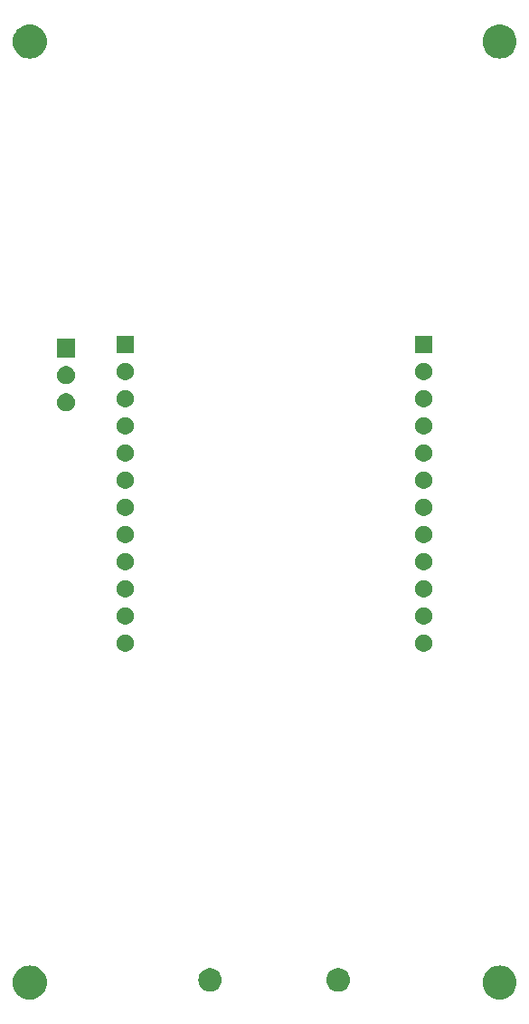
<source format=gbr>
%TF.GenerationSoftware,KiCad,Pcbnew,8.0.8-8.0.8-0~ubuntu24.04.1*%
%TF.CreationDate,2025-02-23T01:25:37-06:00*%
%TF.ProjectId,edge_human_detection_board,65646765-5f68-4756-9d61-6e5f64657465,rev?*%
%TF.SameCoordinates,Original*%
%TF.FileFunction,Soldermask,Bot*%
%TF.FilePolarity,Negative*%
%FSLAX46Y46*%
G04 Gerber Fmt 4.6, Leading zero omitted, Abs format (unit mm)*
G04 Created by KiCad (PCBNEW 8.0.8-8.0.8-0~ubuntu24.04.1) date 2025-02-23 01:25:37*
%MOMM*%
%LPD*%
G01*
G04 APERTURE LIST*
G04 APERTURE END LIST*
G36*
X93050295Y-136619699D02*
G01*
X93294427Y-136678310D01*
X93526385Y-136774390D01*
X93740456Y-136905573D01*
X93931371Y-137068629D01*
X94094427Y-137259544D01*
X94225610Y-137473615D01*
X94321690Y-137705573D01*
X94380301Y-137949705D01*
X94400000Y-138200000D01*
X94380301Y-138450295D01*
X94321690Y-138694427D01*
X94225610Y-138926385D01*
X94094427Y-139140456D01*
X93931371Y-139331371D01*
X93740456Y-139494427D01*
X93526385Y-139625610D01*
X93294427Y-139721690D01*
X93050295Y-139780301D01*
X92800000Y-139800000D01*
X92549705Y-139780301D01*
X92305573Y-139721690D01*
X92073615Y-139625610D01*
X91859544Y-139494427D01*
X91668629Y-139331371D01*
X91505573Y-139140456D01*
X91374390Y-138926385D01*
X91278310Y-138694427D01*
X91219699Y-138450295D01*
X91200000Y-138200000D01*
X91219699Y-137949705D01*
X91278310Y-137705573D01*
X91374390Y-137473615D01*
X91505573Y-137259544D01*
X91668629Y-137068629D01*
X91859544Y-136905573D01*
X92073615Y-136774390D01*
X92305573Y-136678310D01*
X92549705Y-136619699D01*
X92800000Y-136600000D01*
X93050295Y-136619699D01*
G37*
G36*
X137050295Y-136619699D02*
G01*
X137294427Y-136678310D01*
X137526385Y-136774390D01*
X137740456Y-136905573D01*
X137931371Y-137068629D01*
X138094427Y-137259544D01*
X138225610Y-137473615D01*
X138321690Y-137705573D01*
X138380301Y-137949705D01*
X138400000Y-138200000D01*
X138380301Y-138450295D01*
X138321690Y-138694427D01*
X138225610Y-138926385D01*
X138094427Y-139140456D01*
X137931371Y-139331371D01*
X137740456Y-139494427D01*
X137526385Y-139625610D01*
X137294427Y-139721690D01*
X137050295Y-139780301D01*
X136800000Y-139800000D01*
X136549705Y-139780301D01*
X136305573Y-139721690D01*
X136073615Y-139625610D01*
X135859544Y-139494427D01*
X135668629Y-139331371D01*
X135505573Y-139140456D01*
X135374390Y-138926385D01*
X135278310Y-138694427D01*
X135219699Y-138450295D01*
X135200000Y-138200000D01*
X135219699Y-137949705D01*
X135278310Y-137705573D01*
X135374390Y-137473615D01*
X135505573Y-137259544D01*
X135668629Y-137068629D01*
X135859544Y-136905573D01*
X136073615Y-136774390D01*
X136305573Y-136678310D01*
X136549705Y-136619699D01*
X136800000Y-136600000D01*
X137050295Y-136619699D01*
G37*
G36*
X109987789Y-136890672D02*
G01*
X110177072Y-136964000D01*
X110349658Y-137070861D01*
X110499670Y-137207615D01*
X110621999Y-137369605D01*
X110712479Y-137551314D01*
X110768030Y-137746556D01*
X110786760Y-137948680D01*
X110768030Y-138150804D01*
X110712479Y-138346046D01*
X110621999Y-138527755D01*
X110499670Y-138689745D01*
X110349658Y-138826499D01*
X110177072Y-138933360D01*
X109987789Y-139006688D01*
X109788255Y-139043988D01*
X109585265Y-139043988D01*
X109385731Y-139006688D01*
X109196448Y-138933360D01*
X109023862Y-138826499D01*
X108873850Y-138689745D01*
X108751521Y-138527755D01*
X108661041Y-138346046D01*
X108605490Y-138150804D01*
X108586760Y-137948680D01*
X108605490Y-137746556D01*
X108661041Y-137551314D01*
X108751521Y-137369605D01*
X108873850Y-137207615D01*
X109023862Y-137070861D01*
X109196448Y-136964000D01*
X109385731Y-136890672D01*
X109585265Y-136853372D01*
X109788255Y-136853372D01*
X109987789Y-136890672D01*
G37*
G36*
X121987789Y-136890672D02*
G01*
X122177072Y-136964000D01*
X122349658Y-137070861D01*
X122499670Y-137207615D01*
X122621999Y-137369605D01*
X122712479Y-137551314D01*
X122768030Y-137746556D01*
X122786760Y-137948680D01*
X122768030Y-138150804D01*
X122712479Y-138346046D01*
X122621999Y-138527755D01*
X122499670Y-138689745D01*
X122349658Y-138826499D01*
X122177072Y-138933360D01*
X121987789Y-139006688D01*
X121788255Y-139043988D01*
X121585265Y-139043988D01*
X121385731Y-139006688D01*
X121196448Y-138933360D01*
X121023862Y-138826499D01*
X120873850Y-138689745D01*
X120751521Y-138527755D01*
X120661041Y-138346046D01*
X120605490Y-138150804D01*
X120586760Y-137948680D01*
X120605490Y-137746556D01*
X120661041Y-137551314D01*
X120751521Y-137369605D01*
X120873850Y-137207615D01*
X121023862Y-137070861D01*
X121196448Y-136964000D01*
X121385731Y-136890672D01*
X121585265Y-136853372D01*
X121788255Y-136853372D01*
X121987789Y-136890672D01*
G37*
G36*
X101788712Y-105641407D02*
G01*
X101831608Y-105641407D01*
X101880003Y-105651693D01*
X101927447Y-105657039D01*
X101961940Y-105669108D01*
X101997596Y-105676687D01*
X102048976Y-105699563D01*
X102099074Y-105717093D01*
X102125153Y-105733480D01*
X102152620Y-105745709D01*
X102203837Y-105782920D01*
X102253034Y-105813833D01*
X102270700Y-105831499D01*
X102289906Y-105845453D01*
X102337387Y-105898186D01*
X102381607Y-105942406D01*
X102391778Y-105958593D01*
X102403456Y-105971563D01*
X102443399Y-106040747D01*
X102478347Y-106096366D01*
X102482710Y-106108837D01*
X102488301Y-106118520D01*
X102516939Y-106206657D01*
X102538401Y-106267993D01*
X102539214Y-106275212D01*
X102540742Y-106279914D01*
X102554581Y-106411595D01*
X102558760Y-106448680D01*
X102554581Y-106485767D01*
X102540742Y-106617445D01*
X102539214Y-106622145D01*
X102538401Y-106629367D01*
X102516934Y-106690715D01*
X102488301Y-106778839D01*
X102482711Y-106788519D01*
X102478347Y-106800994D01*
X102443392Y-106856624D01*
X102403456Y-106925796D01*
X102391780Y-106938762D01*
X102381607Y-106954954D01*
X102337378Y-106999182D01*
X102289906Y-107051906D01*
X102270703Y-107065857D01*
X102253034Y-107083527D01*
X102203827Y-107114445D01*
X102152620Y-107151650D01*
X102125159Y-107163876D01*
X102099074Y-107180267D01*
X102048966Y-107197800D01*
X101997596Y-107220672D01*
X101961945Y-107228249D01*
X101927447Y-107240321D01*
X101880000Y-107245667D01*
X101831608Y-107255953D01*
X101788712Y-107255953D01*
X101746760Y-107260680D01*
X101704808Y-107255953D01*
X101661912Y-107255953D01*
X101613518Y-107245666D01*
X101566073Y-107240321D01*
X101531575Y-107228249D01*
X101495923Y-107220672D01*
X101444549Y-107197798D01*
X101394446Y-107180267D01*
X101368363Y-107163878D01*
X101340899Y-107151650D01*
X101289685Y-107114441D01*
X101240486Y-107083527D01*
X101222818Y-107065859D01*
X101203613Y-107051906D01*
X101156131Y-106999172D01*
X101111913Y-106954954D01*
X101101741Y-106938766D01*
X101090063Y-106925796D01*
X101050115Y-106856604D01*
X101015173Y-106800994D01*
X101010809Y-106788524D01*
X101005218Y-106778839D01*
X100976571Y-106690675D01*
X100955119Y-106629367D01*
X100954305Y-106622150D01*
X100952777Y-106617445D01*
X100938923Y-106485635D01*
X100934760Y-106448680D01*
X100938923Y-106411727D01*
X100952777Y-106279914D01*
X100954306Y-106275208D01*
X100955119Y-106267993D01*
X100976566Y-106206697D01*
X101005218Y-106118520D01*
X101010810Y-106108833D01*
X101015173Y-106096366D01*
X101050108Y-106040766D01*
X101090063Y-105971563D01*
X101101743Y-105958590D01*
X101111913Y-105942406D01*
X101156122Y-105898196D01*
X101203613Y-105845453D01*
X101222822Y-105831496D01*
X101240486Y-105813833D01*
X101289679Y-105782922D01*
X101340900Y-105745709D01*
X101368366Y-105733479D01*
X101394446Y-105717093D01*
X101444540Y-105699564D01*
X101495923Y-105676687D01*
X101531580Y-105669108D01*
X101566073Y-105657039D01*
X101613515Y-105651693D01*
X101661912Y-105641407D01*
X101704808Y-105641407D01*
X101746760Y-105636680D01*
X101788712Y-105641407D01*
G37*
G36*
X129728712Y-105641407D02*
G01*
X129771608Y-105641407D01*
X129820003Y-105651693D01*
X129867447Y-105657039D01*
X129901940Y-105669108D01*
X129937596Y-105676687D01*
X129988976Y-105699563D01*
X130039074Y-105717093D01*
X130065153Y-105733480D01*
X130092620Y-105745709D01*
X130143837Y-105782920D01*
X130193034Y-105813833D01*
X130210700Y-105831499D01*
X130229906Y-105845453D01*
X130277387Y-105898186D01*
X130321607Y-105942406D01*
X130331778Y-105958593D01*
X130343456Y-105971563D01*
X130383399Y-106040747D01*
X130418347Y-106096366D01*
X130422710Y-106108837D01*
X130428301Y-106118520D01*
X130456939Y-106206657D01*
X130478401Y-106267993D01*
X130479214Y-106275212D01*
X130480742Y-106279914D01*
X130494581Y-106411595D01*
X130498760Y-106448680D01*
X130494581Y-106485767D01*
X130480742Y-106617445D01*
X130479214Y-106622145D01*
X130478401Y-106629367D01*
X130456934Y-106690715D01*
X130428301Y-106778839D01*
X130422711Y-106788519D01*
X130418347Y-106800994D01*
X130383392Y-106856624D01*
X130343456Y-106925796D01*
X130331780Y-106938762D01*
X130321607Y-106954954D01*
X130277378Y-106999182D01*
X130229906Y-107051906D01*
X130210703Y-107065857D01*
X130193034Y-107083527D01*
X130143827Y-107114445D01*
X130092620Y-107151650D01*
X130065159Y-107163876D01*
X130039074Y-107180267D01*
X129988966Y-107197800D01*
X129937596Y-107220672D01*
X129901945Y-107228249D01*
X129867447Y-107240321D01*
X129820000Y-107245667D01*
X129771608Y-107255953D01*
X129728712Y-107255953D01*
X129686760Y-107260680D01*
X129644808Y-107255953D01*
X129601912Y-107255953D01*
X129553518Y-107245666D01*
X129506073Y-107240321D01*
X129471575Y-107228249D01*
X129435923Y-107220672D01*
X129384549Y-107197798D01*
X129334446Y-107180267D01*
X129308363Y-107163878D01*
X129280899Y-107151650D01*
X129229685Y-107114441D01*
X129180486Y-107083527D01*
X129162818Y-107065859D01*
X129143613Y-107051906D01*
X129096131Y-106999172D01*
X129051913Y-106954954D01*
X129041741Y-106938766D01*
X129030063Y-106925796D01*
X128990115Y-106856604D01*
X128955173Y-106800994D01*
X128950809Y-106788524D01*
X128945218Y-106778839D01*
X128916571Y-106690675D01*
X128895119Y-106629367D01*
X128894305Y-106622150D01*
X128892777Y-106617445D01*
X128878923Y-106485635D01*
X128874760Y-106448680D01*
X128878923Y-106411727D01*
X128892777Y-106279914D01*
X128894306Y-106275208D01*
X128895119Y-106267993D01*
X128916566Y-106206697D01*
X128945218Y-106118520D01*
X128950810Y-106108833D01*
X128955173Y-106096366D01*
X128990108Y-106040766D01*
X129030063Y-105971563D01*
X129041743Y-105958590D01*
X129051913Y-105942406D01*
X129096122Y-105898196D01*
X129143613Y-105845453D01*
X129162822Y-105831496D01*
X129180486Y-105813833D01*
X129229679Y-105782922D01*
X129280900Y-105745709D01*
X129308366Y-105733479D01*
X129334446Y-105717093D01*
X129384540Y-105699564D01*
X129435923Y-105676687D01*
X129471580Y-105669108D01*
X129506073Y-105657039D01*
X129553515Y-105651693D01*
X129601912Y-105641407D01*
X129644808Y-105641407D01*
X129686760Y-105636680D01*
X129728712Y-105641407D01*
G37*
G36*
X101788712Y-103101407D02*
G01*
X101831608Y-103101407D01*
X101880003Y-103111693D01*
X101927447Y-103117039D01*
X101961940Y-103129108D01*
X101997596Y-103136687D01*
X102048976Y-103159563D01*
X102099074Y-103177093D01*
X102125153Y-103193480D01*
X102152620Y-103205709D01*
X102203837Y-103242920D01*
X102253034Y-103273833D01*
X102270700Y-103291499D01*
X102289906Y-103305453D01*
X102337387Y-103358186D01*
X102381607Y-103402406D01*
X102391778Y-103418593D01*
X102403456Y-103431563D01*
X102443399Y-103500747D01*
X102478347Y-103556366D01*
X102482710Y-103568837D01*
X102488301Y-103578520D01*
X102516939Y-103666657D01*
X102538401Y-103727993D01*
X102539214Y-103735212D01*
X102540742Y-103739914D01*
X102554581Y-103871595D01*
X102558760Y-103908680D01*
X102554581Y-103945767D01*
X102540742Y-104077445D01*
X102539214Y-104082145D01*
X102538401Y-104089367D01*
X102516934Y-104150715D01*
X102488301Y-104238839D01*
X102482711Y-104248519D01*
X102478347Y-104260994D01*
X102443392Y-104316624D01*
X102403456Y-104385796D01*
X102391780Y-104398762D01*
X102381607Y-104414954D01*
X102337378Y-104459182D01*
X102289906Y-104511906D01*
X102270703Y-104525857D01*
X102253034Y-104543527D01*
X102203827Y-104574445D01*
X102152620Y-104611650D01*
X102125159Y-104623876D01*
X102099074Y-104640267D01*
X102048966Y-104657800D01*
X101997596Y-104680672D01*
X101961945Y-104688249D01*
X101927447Y-104700321D01*
X101880000Y-104705667D01*
X101831608Y-104715953D01*
X101788712Y-104715953D01*
X101746760Y-104720680D01*
X101704808Y-104715953D01*
X101661912Y-104715953D01*
X101613518Y-104705666D01*
X101566073Y-104700321D01*
X101531575Y-104688249D01*
X101495923Y-104680672D01*
X101444549Y-104657798D01*
X101394446Y-104640267D01*
X101368363Y-104623878D01*
X101340899Y-104611650D01*
X101289685Y-104574441D01*
X101240486Y-104543527D01*
X101222818Y-104525859D01*
X101203613Y-104511906D01*
X101156131Y-104459172D01*
X101111913Y-104414954D01*
X101101741Y-104398766D01*
X101090063Y-104385796D01*
X101050115Y-104316604D01*
X101015173Y-104260994D01*
X101010809Y-104248524D01*
X101005218Y-104238839D01*
X100976571Y-104150675D01*
X100955119Y-104089367D01*
X100954305Y-104082150D01*
X100952777Y-104077445D01*
X100938923Y-103945635D01*
X100934760Y-103908680D01*
X100938923Y-103871727D01*
X100952777Y-103739914D01*
X100954306Y-103735208D01*
X100955119Y-103727993D01*
X100976566Y-103666697D01*
X101005218Y-103578520D01*
X101010810Y-103568833D01*
X101015173Y-103556366D01*
X101050108Y-103500766D01*
X101090063Y-103431563D01*
X101101743Y-103418590D01*
X101111913Y-103402406D01*
X101156122Y-103358196D01*
X101203613Y-103305453D01*
X101222822Y-103291496D01*
X101240486Y-103273833D01*
X101289679Y-103242922D01*
X101340900Y-103205709D01*
X101368366Y-103193479D01*
X101394446Y-103177093D01*
X101444540Y-103159564D01*
X101495923Y-103136687D01*
X101531580Y-103129108D01*
X101566073Y-103117039D01*
X101613515Y-103111693D01*
X101661912Y-103101407D01*
X101704808Y-103101407D01*
X101746760Y-103096680D01*
X101788712Y-103101407D01*
G37*
G36*
X129728712Y-103101407D02*
G01*
X129771608Y-103101407D01*
X129820003Y-103111693D01*
X129867447Y-103117039D01*
X129901940Y-103129108D01*
X129937596Y-103136687D01*
X129988976Y-103159563D01*
X130039074Y-103177093D01*
X130065153Y-103193480D01*
X130092620Y-103205709D01*
X130143837Y-103242920D01*
X130193034Y-103273833D01*
X130210700Y-103291499D01*
X130229906Y-103305453D01*
X130277387Y-103358186D01*
X130321607Y-103402406D01*
X130331778Y-103418593D01*
X130343456Y-103431563D01*
X130383399Y-103500747D01*
X130418347Y-103556366D01*
X130422710Y-103568837D01*
X130428301Y-103578520D01*
X130456939Y-103666657D01*
X130478401Y-103727993D01*
X130479214Y-103735212D01*
X130480742Y-103739914D01*
X130494581Y-103871595D01*
X130498760Y-103908680D01*
X130494581Y-103945767D01*
X130480742Y-104077445D01*
X130479214Y-104082145D01*
X130478401Y-104089367D01*
X130456934Y-104150715D01*
X130428301Y-104238839D01*
X130422711Y-104248519D01*
X130418347Y-104260994D01*
X130383392Y-104316624D01*
X130343456Y-104385796D01*
X130331780Y-104398762D01*
X130321607Y-104414954D01*
X130277378Y-104459182D01*
X130229906Y-104511906D01*
X130210703Y-104525857D01*
X130193034Y-104543527D01*
X130143827Y-104574445D01*
X130092620Y-104611650D01*
X130065159Y-104623876D01*
X130039074Y-104640267D01*
X129988966Y-104657800D01*
X129937596Y-104680672D01*
X129901945Y-104688249D01*
X129867447Y-104700321D01*
X129820000Y-104705667D01*
X129771608Y-104715953D01*
X129728712Y-104715953D01*
X129686760Y-104720680D01*
X129644808Y-104715953D01*
X129601912Y-104715953D01*
X129553518Y-104705666D01*
X129506073Y-104700321D01*
X129471575Y-104688249D01*
X129435923Y-104680672D01*
X129384549Y-104657798D01*
X129334446Y-104640267D01*
X129308363Y-104623878D01*
X129280899Y-104611650D01*
X129229685Y-104574441D01*
X129180486Y-104543527D01*
X129162818Y-104525859D01*
X129143613Y-104511906D01*
X129096131Y-104459172D01*
X129051913Y-104414954D01*
X129041741Y-104398766D01*
X129030063Y-104385796D01*
X128990115Y-104316604D01*
X128955173Y-104260994D01*
X128950809Y-104248524D01*
X128945218Y-104238839D01*
X128916571Y-104150675D01*
X128895119Y-104089367D01*
X128894305Y-104082150D01*
X128892777Y-104077445D01*
X128878923Y-103945635D01*
X128874760Y-103908680D01*
X128878923Y-103871727D01*
X128892777Y-103739914D01*
X128894306Y-103735208D01*
X128895119Y-103727993D01*
X128916566Y-103666697D01*
X128945218Y-103578520D01*
X128950810Y-103568833D01*
X128955173Y-103556366D01*
X128990108Y-103500766D01*
X129030063Y-103431563D01*
X129041743Y-103418590D01*
X129051913Y-103402406D01*
X129096122Y-103358196D01*
X129143613Y-103305453D01*
X129162822Y-103291496D01*
X129180486Y-103273833D01*
X129229679Y-103242922D01*
X129280900Y-103205709D01*
X129308366Y-103193479D01*
X129334446Y-103177093D01*
X129384540Y-103159564D01*
X129435923Y-103136687D01*
X129471580Y-103129108D01*
X129506073Y-103117039D01*
X129553515Y-103111693D01*
X129601912Y-103101407D01*
X129644808Y-103101407D01*
X129686760Y-103096680D01*
X129728712Y-103101407D01*
G37*
G36*
X101788712Y-100561407D02*
G01*
X101831608Y-100561407D01*
X101880003Y-100571693D01*
X101927447Y-100577039D01*
X101961940Y-100589108D01*
X101997596Y-100596687D01*
X102048976Y-100619563D01*
X102099074Y-100637093D01*
X102125153Y-100653480D01*
X102152620Y-100665709D01*
X102203837Y-100702920D01*
X102253034Y-100733833D01*
X102270700Y-100751499D01*
X102289906Y-100765453D01*
X102337387Y-100818186D01*
X102381607Y-100862406D01*
X102391778Y-100878593D01*
X102403456Y-100891563D01*
X102443399Y-100960747D01*
X102478347Y-101016366D01*
X102482710Y-101028837D01*
X102488301Y-101038520D01*
X102516939Y-101126657D01*
X102538401Y-101187993D01*
X102539214Y-101195212D01*
X102540742Y-101199914D01*
X102554581Y-101331595D01*
X102558760Y-101368680D01*
X102554581Y-101405767D01*
X102540742Y-101537445D01*
X102539214Y-101542145D01*
X102538401Y-101549367D01*
X102516934Y-101610715D01*
X102488301Y-101698839D01*
X102482711Y-101708519D01*
X102478347Y-101720994D01*
X102443392Y-101776624D01*
X102403456Y-101845796D01*
X102391780Y-101858762D01*
X102381607Y-101874954D01*
X102337378Y-101919182D01*
X102289906Y-101971906D01*
X102270703Y-101985857D01*
X102253034Y-102003527D01*
X102203827Y-102034445D01*
X102152620Y-102071650D01*
X102125159Y-102083876D01*
X102099074Y-102100267D01*
X102048966Y-102117800D01*
X101997596Y-102140672D01*
X101961945Y-102148249D01*
X101927447Y-102160321D01*
X101880000Y-102165667D01*
X101831608Y-102175953D01*
X101788712Y-102175953D01*
X101746760Y-102180680D01*
X101704808Y-102175953D01*
X101661912Y-102175953D01*
X101613518Y-102165666D01*
X101566073Y-102160321D01*
X101531575Y-102148249D01*
X101495923Y-102140672D01*
X101444549Y-102117798D01*
X101394446Y-102100267D01*
X101368363Y-102083878D01*
X101340899Y-102071650D01*
X101289685Y-102034441D01*
X101240486Y-102003527D01*
X101222818Y-101985859D01*
X101203613Y-101971906D01*
X101156131Y-101919172D01*
X101111913Y-101874954D01*
X101101741Y-101858766D01*
X101090063Y-101845796D01*
X101050115Y-101776604D01*
X101015173Y-101720994D01*
X101010809Y-101708524D01*
X101005218Y-101698839D01*
X100976571Y-101610675D01*
X100955119Y-101549367D01*
X100954305Y-101542150D01*
X100952777Y-101537445D01*
X100938923Y-101405635D01*
X100934760Y-101368680D01*
X100938923Y-101331727D01*
X100952777Y-101199914D01*
X100954306Y-101195208D01*
X100955119Y-101187993D01*
X100976566Y-101126697D01*
X101005218Y-101038520D01*
X101010810Y-101028833D01*
X101015173Y-101016366D01*
X101050108Y-100960766D01*
X101090063Y-100891563D01*
X101101743Y-100878590D01*
X101111913Y-100862406D01*
X101156122Y-100818196D01*
X101203613Y-100765453D01*
X101222822Y-100751496D01*
X101240486Y-100733833D01*
X101289679Y-100702922D01*
X101340900Y-100665709D01*
X101368366Y-100653479D01*
X101394446Y-100637093D01*
X101444540Y-100619564D01*
X101495923Y-100596687D01*
X101531580Y-100589108D01*
X101566073Y-100577039D01*
X101613515Y-100571693D01*
X101661912Y-100561407D01*
X101704808Y-100561407D01*
X101746760Y-100556680D01*
X101788712Y-100561407D01*
G37*
G36*
X129728712Y-100561407D02*
G01*
X129771608Y-100561407D01*
X129820003Y-100571693D01*
X129867447Y-100577039D01*
X129901940Y-100589108D01*
X129937596Y-100596687D01*
X129988976Y-100619563D01*
X130039074Y-100637093D01*
X130065153Y-100653480D01*
X130092620Y-100665709D01*
X130143837Y-100702920D01*
X130193034Y-100733833D01*
X130210700Y-100751499D01*
X130229906Y-100765453D01*
X130277387Y-100818186D01*
X130321607Y-100862406D01*
X130331778Y-100878593D01*
X130343456Y-100891563D01*
X130383399Y-100960747D01*
X130418347Y-101016366D01*
X130422710Y-101028837D01*
X130428301Y-101038520D01*
X130456939Y-101126657D01*
X130478401Y-101187993D01*
X130479214Y-101195212D01*
X130480742Y-101199914D01*
X130494581Y-101331595D01*
X130498760Y-101368680D01*
X130494581Y-101405767D01*
X130480742Y-101537445D01*
X130479214Y-101542145D01*
X130478401Y-101549367D01*
X130456934Y-101610715D01*
X130428301Y-101698839D01*
X130422711Y-101708519D01*
X130418347Y-101720994D01*
X130383392Y-101776624D01*
X130343456Y-101845796D01*
X130331780Y-101858762D01*
X130321607Y-101874954D01*
X130277378Y-101919182D01*
X130229906Y-101971906D01*
X130210703Y-101985857D01*
X130193034Y-102003527D01*
X130143827Y-102034445D01*
X130092620Y-102071650D01*
X130065159Y-102083876D01*
X130039074Y-102100267D01*
X129988966Y-102117800D01*
X129937596Y-102140672D01*
X129901945Y-102148249D01*
X129867447Y-102160321D01*
X129820000Y-102165667D01*
X129771608Y-102175953D01*
X129728712Y-102175953D01*
X129686760Y-102180680D01*
X129644808Y-102175953D01*
X129601912Y-102175953D01*
X129553518Y-102165666D01*
X129506073Y-102160321D01*
X129471575Y-102148249D01*
X129435923Y-102140672D01*
X129384549Y-102117798D01*
X129334446Y-102100267D01*
X129308363Y-102083878D01*
X129280899Y-102071650D01*
X129229685Y-102034441D01*
X129180486Y-102003527D01*
X129162818Y-101985859D01*
X129143613Y-101971906D01*
X129096131Y-101919172D01*
X129051913Y-101874954D01*
X129041741Y-101858766D01*
X129030063Y-101845796D01*
X128990115Y-101776604D01*
X128955173Y-101720994D01*
X128950809Y-101708524D01*
X128945218Y-101698839D01*
X128916571Y-101610675D01*
X128895119Y-101549367D01*
X128894305Y-101542150D01*
X128892777Y-101537445D01*
X128878923Y-101405635D01*
X128874760Y-101368680D01*
X128878923Y-101331727D01*
X128892777Y-101199914D01*
X128894306Y-101195208D01*
X128895119Y-101187993D01*
X128916566Y-101126697D01*
X128945218Y-101038520D01*
X128950810Y-101028833D01*
X128955173Y-101016366D01*
X128990108Y-100960766D01*
X129030063Y-100891563D01*
X129041743Y-100878590D01*
X129051913Y-100862406D01*
X129096122Y-100818196D01*
X129143613Y-100765453D01*
X129162822Y-100751496D01*
X129180486Y-100733833D01*
X129229679Y-100702922D01*
X129280900Y-100665709D01*
X129308366Y-100653479D01*
X129334446Y-100637093D01*
X129384540Y-100619564D01*
X129435923Y-100596687D01*
X129471580Y-100589108D01*
X129506073Y-100577039D01*
X129553515Y-100571693D01*
X129601912Y-100561407D01*
X129644808Y-100561407D01*
X129686760Y-100556680D01*
X129728712Y-100561407D01*
G37*
G36*
X101788712Y-98021407D02*
G01*
X101831608Y-98021407D01*
X101880003Y-98031693D01*
X101927447Y-98037039D01*
X101961940Y-98049108D01*
X101997596Y-98056687D01*
X102048976Y-98079563D01*
X102099074Y-98097093D01*
X102125153Y-98113480D01*
X102152620Y-98125709D01*
X102203837Y-98162920D01*
X102253034Y-98193833D01*
X102270700Y-98211499D01*
X102289906Y-98225453D01*
X102337387Y-98278186D01*
X102381607Y-98322406D01*
X102391778Y-98338593D01*
X102403456Y-98351563D01*
X102443399Y-98420747D01*
X102478347Y-98476366D01*
X102482710Y-98488837D01*
X102488301Y-98498520D01*
X102516939Y-98586657D01*
X102538401Y-98647993D01*
X102539214Y-98655212D01*
X102540742Y-98659914D01*
X102554581Y-98791595D01*
X102558760Y-98828680D01*
X102554581Y-98865767D01*
X102540742Y-98997445D01*
X102539214Y-99002145D01*
X102538401Y-99009367D01*
X102516934Y-99070715D01*
X102488301Y-99158839D01*
X102482711Y-99168519D01*
X102478347Y-99180994D01*
X102443392Y-99236624D01*
X102403456Y-99305796D01*
X102391780Y-99318762D01*
X102381607Y-99334954D01*
X102337378Y-99379182D01*
X102289906Y-99431906D01*
X102270703Y-99445857D01*
X102253034Y-99463527D01*
X102203827Y-99494445D01*
X102152620Y-99531650D01*
X102125159Y-99543876D01*
X102099074Y-99560267D01*
X102048966Y-99577800D01*
X101997596Y-99600672D01*
X101961945Y-99608249D01*
X101927447Y-99620321D01*
X101880000Y-99625667D01*
X101831608Y-99635953D01*
X101788712Y-99635953D01*
X101746760Y-99640680D01*
X101704808Y-99635953D01*
X101661912Y-99635953D01*
X101613518Y-99625666D01*
X101566073Y-99620321D01*
X101531575Y-99608249D01*
X101495923Y-99600672D01*
X101444549Y-99577798D01*
X101394446Y-99560267D01*
X101368363Y-99543878D01*
X101340899Y-99531650D01*
X101289685Y-99494441D01*
X101240486Y-99463527D01*
X101222818Y-99445859D01*
X101203613Y-99431906D01*
X101156131Y-99379172D01*
X101111913Y-99334954D01*
X101101741Y-99318766D01*
X101090063Y-99305796D01*
X101050115Y-99236604D01*
X101015173Y-99180994D01*
X101010809Y-99168524D01*
X101005218Y-99158839D01*
X100976571Y-99070675D01*
X100955119Y-99009367D01*
X100954305Y-99002150D01*
X100952777Y-98997445D01*
X100938923Y-98865635D01*
X100934760Y-98828680D01*
X100938923Y-98791727D01*
X100952777Y-98659914D01*
X100954306Y-98655208D01*
X100955119Y-98647993D01*
X100976566Y-98586697D01*
X101005218Y-98498520D01*
X101010810Y-98488833D01*
X101015173Y-98476366D01*
X101050108Y-98420766D01*
X101090063Y-98351563D01*
X101101743Y-98338590D01*
X101111913Y-98322406D01*
X101156122Y-98278196D01*
X101203613Y-98225453D01*
X101222822Y-98211496D01*
X101240486Y-98193833D01*
X101289679Y-98162922D01*
X101340900Y-98125709D01*
X101368366Y-98113479D01*
X101394446Y-98097093D01*
X101444540Y-98079564D01*
X101495923Y-98056687D01*
X101531580Y-98049108D01*
X101566073Y-98037039D01*
X101613515Y-98031693D01*
X101661912Y-98021407D01*
X101704808Y-98021407D01*
X101746760Y-98016680D01*
X101788712Y-98021407D01*
G37*
G36*
X129728712Y-98021407D02*
G01*
X129771608Y-98021407D01*
X129820003Y-98031693D01*
X129867447Y-98037039D01*
X129901940Y-98049108D01*
X129937596Y-98056687D01*
X129988976Y-98079563D01*
X130039074Y-98097093D01*
X130065153Y-98113480D01*
X130092620Y-98125709D01*
X130143837Y-98162920D01*
X130193034Y-98193833D01*
X130210700Y-98211499D01*
X130229906Y-98225453D01*
X130277387Y-98278186D01*
X130321607Y-98322406D01*
X130331778Y-98338593D01*
X130343456Y-98351563D01*
X130383399Y-98420747D01*
X130418347Y-98476366D01*
X130422710Y-98488837D01*
X130428301Y-98498520D01*
X130456939Y-98586657D01*
X130478401Y-98647993D01*
X130479214Y-98655212D01*
X130480742Y-98659914D01*
X130494581Y-98791595D01*
X130498760Y-98828680D01*
X130494581Y-98865767D01*
X130480742Y-98997445D01*
X130479214Y-99002145D01*
X130478401Y-99009367D01*
X130456934Y-99070715D01*
X130428301Y-99158839D01*
X130422711Y-99168519D01*
X130418347Y-99180994D01*
X130383392Y-99236624D01*
X130343456Y-99305796D01*
X130331780Y-99318762D01*
X130321607Y-99334954D01*
X130277378Y-99379182D01*
X130229906Y-99431906D01*
X130210703Y-99445857D01*
X130193034Y-99463527D01*
X130143827Y-99494445D01*
X130092620Y-99531650D01*
X130065159Y-99543876D01*
X130039074Y-99560267D01*
X129988966Y-99577800D01*
X129937596Y-99600672D01*
X129901945Y-99608249D01*
X129867447Y-99620321D01*
X129820000Y-99625667D01*
X129771608Y-99635953D01*
X129728712Y-99635953D01*
X129686760Y-99640680D01*
X129644808Y-99635953D01*
X129601912Y-99635953D01*
X129553518Y-99625666D01*
X129506073Y-99620321D01*
X129471575Y-99608249D01*
X129435923Y-99600672D01*
X129384549Y-99577798D01*
X129334446Y-99560267D01*
X129308363Y-99543878D01*
X129280899Y-99531650D01*
X129229685Y-99494441D01*
X129180486Y-99463527D01*
X129162818Y-99445859D01*
X129143613Y-99431906D01*
X129096131Y-99379172D01*
X129051913Y-99334954D01*
X129041741Y-99318766D01*
X129030063Y-99305796D01*
X128990115Y-99236604D01*
X128955173Y-99180994D01*
X128950809Y-99168524D01*
X128945218Y-99158839D01*
X128916571Y-99070675D01*
X128895119Y-99009367D01*
X128894305Y-99002150D01*
X128892777Y-98997445D01*
X128878923Y-98865635D01*
X128874760Y-98828680D01*
X128878923Y-98791727D01*
X128892777Y-98659914D01*
X128894306Y-98655208D01*
X128895119Y-98647993D01*
X128916566Y-98586697D01*
X128945218Y-98498520D01*
X128950810Y-98488833D01*
X128955173Y-98476366D01*
X128990108Y-98420766D01*
X129030063Y-98351563D01*
X129041743Y-98338590D01*
X129051913Y-98322406D01*
X129096122Y-98278196D01*
X129143613Y-98225453D01*
X129162822Y-98211496D01*
X129180486Y-98193833D01*
X129229679Y-98162922D01*
X129280900Y-98125709D01*
X129308366Y-98113479D01*
X129334446Y-98097093D01*
X129384540Y-98079564D01*
X129435923Y-98056687D01*
X129471580Y-98049108D01*
X129506073Y-98037039D01*
X129553515Y-98031693D01*
X129601912Y-98021407D01*
X129644808Y-98021407D01*
X129686760Y-98016680D01*
X129728712Y-98021407D01*
G37*
G36*
X101788712Y-95481407D02*
G01*
X101831608Y-95481407D01*
X101880003Y-95491693D01*
X101927447Y-95497039D01*
X101961940Y-95509108D01*
X101997596Y-95516687D01*
X102048976Y-95539563D01*
X102099074Y-95557093D01*
X102125153Y-95573480D01*
X102152620Y-95585709D01*
X102203837Y-95622920D01*
X102253034Y-95653833D01*
X102270700Y-95671499D01*
X102289906Y-95685453D01*
X102337387Y-95738186D01*
X102381607Y-95782406D01*
X102391778Y-95798593D01*
X102403456Y-95811563D01*
X102443399Y-95880747D01*
X102478347Y-95936366D01*
X102482710Y-95948837D01*
X102488301Y-95958520D01*
X102516939Y-96046657D01*
X102538401Y-96107993D01*
X102539214Y-96115212D01*
X102540742Y-96119914D01*
X102554581Y-96251595D01*
X102558760Y-96288680D01*
X102554581Y-96325767D01*
X102540742Y-96457445D01*
X102539214Y-96462145D01*
X102538401Y-96469367D01*
X102516934Y-96530715D01*
X102488301Y-96618839D01*
X102482711Y-96628519D01*
X102478347Y-96640994D01*
X102443392Y-96696624D01*
X102403456Y-96765796D01*
X102391780Y-96778762D01*
X102381607Y-96794954D01*
X102337378Y-96839182D01*
X102289906Y-96891906D01*
X102270703Y-96905857D01*
X102253034Y-96923527D01*
X102203827Y-96954445D01*
X102152620Y-96991650D01*
X102125159Y-97003876D01*
X102099074Y-97020267D01*
X102048966Y-97037800D01*
X101997596Y-97060672D01*
X101961945Y-97068249D01*
X101927447Y-97080321D01*
X101880000Y-97085667D01*
X101831608Y-97095953D01*
X101788712Y-97095953D01*
X101746760Y-97100680D01*
X101704808Y-97095953D01*
X101661912Y-97095953D01*
X101613518Y-97085666D01*
X101566073Y-97080321D01*
X101531575Y-97068249D01*
X101495923Y-97060672D01*
X101444549Y-97037798D01*
X101394446Y-97020267D01*
X101368363Y-97003878D01*
X101340899Y-96991650D01*
X101289685Y-96954441D01*
X101240486Y-96923527D01*
X101222818Y-96905859D01*
X101203613Y-96891906D01*
X101156131Y-96839172D01*
X101111913Y-96794954D01*
X101101741Y-96778766D01*
X101090063Y-96765796D01*
X101050115Y-96696604D01*
X101015173Y-96640994D01*
X101010809Y-96628524D01*
X101005218Y-96618839D01*
X100976571Y-96530675D01*
X100955119Y-96469367D01*
X100954305Y-96462150D01*
X100952777Y-96457445D01*
X100938923Y-96325635D01*
X100934760Y-96288680D01*
X100938923Y-96251727D01*
X100952777Y-96119914D01*
X100954306Y-96115208D01*
X100955119Y-96107993D01*
X100976566Y-96046697D01*
X101005218Y-95958520D01*
X101010810Y-95948833D01*
X101015173Y-95936366D01*
X101050108Y-95880766D01*
X101090063Y-95811563D01*
X101101743Y-95798590D01*
X101111913Y-95782406D01*
X101156122Y-95738196D01*
X101203613Y-95685453D01*
X101222822Y-95671496D01*
X101240486Y-95653833D01*
X101289679Y-95622922D01*
X101340900Y-95585709D01*
X101368366Y-95573479D01*
X101394446Y-95557093D01*
X101444540Y-95539564D01*
X101495923Y-95516687D01*
X101531580Y-95509108D01*
X101566073Y-95497039D01*
X101613515Y-95491693D01*
X101661912Y-95481407D01*
X101704808Y-95481407D01*
X101746760Y-95476680D01*
X101788712Y-95481407D01*
G37*
G36*
X129728712Y-95481407D02*
G01*
X129771608Y-95481407D01*
X129820003Y-95491693D01*
X129867447Y-95497039D01*
X129901940Y-95509108D01*
X129937596Y-95516687D01*
X129988976Y-95539563D01*
X130039074Y-95557093D01*
X130065153Y-95573480D01*
X130092620Y-95585709D01*
X130143837Y-95622920D01*
X130193034Y-95653833D01*
X130210700Y-95671499D01*
X130229906Y-95685453D01*
X130277387Y-95738186D01*
X130321607Y-95782406D01*
X130331778Y-95798593D01*
X130343456Y-95811563D01*
X130383399Y-95880747D01*
X130418347Y-95936366D01*
X130422710Y-95948837D01*
X130428301Y-95958520D01*
X130456939Y-96046657D01*
X130478401Y-96107993D01*
X130479214Y-96115212D01*
X130480742Y-96119914D01*
X130494581Y-96251595D01*
X130498760Y-96288680D01*
X130494581Y-96325767D01*
X130480742Y-96457445D01*
X130479214Y-96462145D01*
X130478401Y-96469367D01*
X130456934Y-96530715D01*
X130428301Y-96618839D01*
X130422711Y-96628519D01*
X130418347Y-96640994D01*
X130383392Y-96696624D01*
X130343456Y-96765796D01*
X130331780Y-96778762D01*
X130321607Y-96794954D01*
X130277378Y-96839182D01*
X130229906Y-96891906D01*
X130210703Y-96905857D01*
X130193034Y-96923527D01*
X130143827Y-96954445D01*
X130092620Y-96991650D01*
X130065159Y-97003876D01*
X130039074Y-97020267D01*
X129988966Y-97037800D01*
X129937596Y-97060672D01*
X129901945Y-97068249D01*
X129867447Y-97080321D01*
X129820000Y-97085667D01*
X129771608Y-97095953D01*
X129728712Y-97095953D01*
X129686760Y-97100680D01*
X129644808Y-97095953D01*
X129601912Y-97095953D01*
X129553518Y-97085666D01*
X129506073Y-97080321D01*
X129471575Y-97068249D01*
X129435923Y-97060672D01*
X129384549Y-97037798D01*
X129334446Y-97020267D01*
X129308363Y-97003878D01*
X129280899Y-96991650D01*
X129229685Y-96954441D01*
X129180486Y-96923527D01*
X129162818Y-96905859D01*
X129143613Y-96891906D01*
X129096131Y-96839172D01*
X129051913Y-96794954D01*
X129041741Y-96778766D01*
X129030063Y-96765796D01*
X128990115Y-96696604D01*
X128955173Y-96640994D01*
X128950809Y-96628524D01*
X128945218Y-96618839D01*
X128916571Y-96530675D01*
X128895119Y-96469367D01*
X128894305Y-96462150D01*
X128892777Y-96457445D01*
X128878923Y-96325635D01*
X128874760Y-96288680D01*
X128878923Y-96251727D01*
X128892777Y-96119914D01*
X128894306Y-96115208D01*
X128895119Y-96107993D01*
X128916566Y-96046697D01*
X128945218Y-95958520D01*
X128950810Y-95948833D01*
X128955173Y-95936366D01*
X128990108Y-95880766D01*
X129030063Y-95811563D01*
X129041743Y-95798590D01*
X129051913Y-95782406D01*
X129096122Y-95738196D01*
X129143613Y-95685453D01*
X129162822Y-95671496D01*
X129180486Y-95653833D01*
X129229679Y-95622922D01*
X129280900Y-95585709D01*
X129308366Y-95573479D01*
X129334446Y-95557093D01*
X129384540Y-95539564D01*
X129435923Y-95516687D01*
X129471580Y-95509108D01*
X129506073Y-95497039D01*
X129553515Y-95491693D01*
X129601912Y-95481407D01*
X129644808Y-95481407D01*
X129686760Y-95476680D01*
X129728712Y-95481407D01*
G37*
G36*
X101788712Y-92941407D02*
G01*
X101831608Y-92941407D01*
X101880003Y-92951693D01*
X101927447Y-92957039D01*
X101961940Y-92969108D01*
X101997596Y-92976687D01*
X102048976Y-92999563D01*
X102099074Y-93017093D01*
X102125153Y-93033480D01*
X102152620Y-93045709D01*
X102203837Y-93082920D01*
X102253034Y-93113833D01*
X102270700Y-93131499D01*
X102289906Y-93145453D01*
X102337387Y-93198186D01*
X102381607Y-93242406D01*
X102391778Y-93258593D01*
X102403456Y-93271563D01*
X102443399Y-93340747D01*
X102478347Y-93396366D01*
X102482710Y-93408837D01*
X102488301Y-93418520D01*
X102516939Y-93506657D01*
X102538401Y-93567993D01*
X102539214Y-93575212D01*
X102540742Y-93579914D01*
X102554581Y-93711595D01*
X102558760Y-93748680D01*
X102554581Y-93785767D01*
X102540742Y-93917445D01*
X102539214Y-93922145D01*
X102538401Y-93929367D01*
X102516934Y-93990715D01*
X102488301Y-94078839D01*
X102482711Y-94088519D01*
X102478347Y-94100994D01*
X102443392Y-94156624D01*
X102403456Y-94225796D01*
X102391780Y-94238762D01*
X102381607Y-94254954D01*
X102337378Y-94299182D01*
X102289906Y-94351906D01*
X102270703Y-94365857D01*
X102253034Y-94383527D01*
X102203827Y-94414445D01*
X102152620Y-94451650D01*
X102125159Y-94463876D01*
X102099074Y-94480267D01*
X102048966Y-94497800D01*
X101997596Y-94520672D01*
X101961945Y-94528249D01*
X101927447Y-94540321D01*
X101880000Y-94545667D01*
X101831608Y-94555953D01*
X101788712Y-94555953D01*
X101746760Y-94560680D01*
X101704808Y-94555953D01*
X101661912Y-94555953D01*
X101613518Y-94545666D01*
X101566073Y-94540321D01*
X101531575Y-94528249D01*
X101495923Y-94520672D01*
X101444549Y-94497798D01*
X101394446Y-94480267D01*
X101368363Y-94463878D01*
X101340899Y-94451650D01*
X101289685Y-94414441D01*
X101240486Y-94383527D01*
X101222818Y-94365859D01*
X101203613Y-94351906D01*
X101156131Y-94299172D01*
X101111913Y-94254954D01*
X101101741Y-94238766D01*
X101090063Y-94225796D01*
X101050115Y-94156604D01*
X101015173Y-94100994D01*
X101010809Y-94088524D01*
X101005218Y-94078839D01*
X100976571Y-93990675D01*
X100955119Y-93929367D01*
X100954305Y-93922150D01*
X100952777Y-93917445D01*
X100938923Y-93785635D01*
X100934760Y-93748680D01*
X100938923Y-93711727D01*
X100952777Y-93579914D01*
X100954306Y-93575208D01*
X100955119Y-93567993D01*
X100976566Y-93506697D01*
X101005218Y-93418520D01*
X101010810Y-93408833D01*
X101015173Y-93396366D01*
X101050108Y-93340766D01*
X101090063Y-93271563D01*
X101101743Y-93258590D01*
X101111913Y-93242406D01*
X101156122Y-93198196D01*
X101203613Y-93145453D01*
X101222822Y-93131496D01*
X101240486Y-93113833D01*
X101289679Y-93082922D01*
X101340900Y-93045709D01*
X101368366Y-93033479D01*
X101394446Y-93017093D01*
X101444540Y-92999564D01*
X101495923Y-92976687D01*
X101531580Y-92969108D01*
X101566073Y-92957039D01*
X101613515Y-92951693D01*
X101661912Y-92941407D01*
X101704808Y-92941407D01*
X101746760Y-92936680D01*
X101788712Y-92941407D01*
G37*
G36*
X129728712Y-92941407D02*
G01*
X129771608Y-92941407D01*
X129820003Y-92951693D01*
X129867447Y-92957039D01*
X129901940Y-92969108D01*
X129937596Y-92976687D01*
X129988976Y-92999563D01*
X130039074Y-93017093D01*
X130065153Y-93033480D01*
X130092620Y-93045709D01*
X130143837Y-93082920D01*
X130193034Y-93113833D01*
X130210700Y-93131499D01*
X130229906Y-93145453D01*
X130277387Y-93198186D01*
X130321607Y-93242406D01*
X130331778Y-93258593D01*
X130343456Y-93271563D01*
X130383399Y-93340747D01*
X130418347Y-93396366D01*
X130422710Y-93408837D01*
X130428301Y-93418520D01*
X130456939Y-93506657D01*
X130478401Y-93567993D01*
X130479214Y-93575212D01*
X130480742Y-93579914D01*
X130494581Y-93711595D01*
X130498760Y-93748680D01*
X130494581Y-93785767D01*
X130480742Y-93917445D01*
X130479214Y-93922145D01*
X130478401Y-93929367D01*
X130456934Y-93990715D01*
X130428301Y-94078839D01*
X130422711Y-94088519D01*
X130418347Y-94100994D01*
X130383392Y-94156624D01*
X130343456Y-94225796D01*
X130331780Y-94238762D01*
X130321607Y-94254954D01*
X130277378Y-94299182D01*
X130229906Y-94351906D01*
X130210703Y-94365857D01*
X130193034Y-94383527D01*
X130143827Y-94414445D01*
X130092620Y-94451650D01*
X130065159Y-94463876D01*
X130039074Y-94480267D01*
X129988966Y-94497800D01*
X129937596Y-94520672D01*
X129901945Y-94528249D01*
X129867447Y-94540321D01*
X129820000Y-94545667D01*
X129771608Y-94555953D01*
X129728712Y-94555953D01*
X129686760Y-94560680D01*
X129644808Y-94555953D01*
X129601912Y-94555953D01*
X129553518Y-94545666D01*
X129506073Y-94540321D01*
X129471575Y-94528249D01*
X129435923Y-94520672D01*
X129384549Y-94497798D01*
X129334446Y-94480267D01*
X129308363Y-94463878D01*
X129280899Y-94451650D01*
X129229685Y-94414441D01*
X129180486Y-94383527D01*
X129162818Y-94365859D01*
X129143613Y-94351906D01*
X129096131Y-94299172D01*
X129051913Y-94254954D01*
X129041741Y-94238766D01*
X129030063Y-94225796D01*
X128990115Y-94156604D01*
X128955173Y-94100994D01*
X128950809Y-94088524D01*
X128945218Y-94078839D01*
X128916571Y-93990675D01*
X128895119Y-93929367D01*
X128894305Y-93922150D01*
X128892777Y-93917445D01*
X128878923Y-93785635D01*
X128874760Y-93748680D01*
X128878923Y-93711727D01*
X128892777Y-93579914D01*
X128894306Y-93575208D01*
X128895119Y-93567993D01*
X128916566Y-93506697D01*
X128945218Y-93418520D01*
X128950810Y-93408833D01*
X128955173Y-93396366D01*
X128990108Y-93340766D01*
X129030063Y-93271563D01*
X129041743Y-93258590D01*
X129051913Y-93242406D01*
X129096122Y-93198196D01*
X129143613Y-93145453D01*
X129162822Y-93131496D01*
X129180486Y-93113833D01*
X129229679Y-93082922D01*
X129280900Y-93045709D01*
X129308366Y-93033479D01*
X129334446Y-93017093D01*
X129384540Y-92999564D01*
X129435923Y-92976687D01*
X129471580Y-92969108D01*
X129506073Y-92957039D01*
X129553515Y-92951693D01*
X129601912Y-92941407D01*
X129644808Y-92941407D01*
X129686760Y-92936680D01*
X129728712Y-92941407D01*
G37*
G36*
X101788712Y-90401407D02*
G01*
X101831608Y-90401407D01*
X101880003Y-90411693D01*
X101927447Y-90417039D01*
X101961940Y-90429108D01*
X101997596Y-90436687D01*
X102048976Y-90459563D01*
X102099074Y-90477093D01*
X102125153Y-90493480D01*
X102152620Y-90505709D01*
X102203837Y-90542920D01*
X102253034Y-90573833D01*
X102270700Y-90591499D01*
X102289906Y-90605453D01*
X102337387Y-90658186D01*
X102381607Y-90702406D01*
X102391778Y-90718593D01*
X102403456Y-90731563D01*
X102443399Y-90800747D01*
X102478347Y-90856366D01*
X102482710Y-90868837D01*
X102488301Y-90878520D01*
X102516939Y-90966657D01*
X102538401Y-91027993D01*
X102539214Y-91035212D01*
X102540742Y-91039914D01*
X102554581Y-91171595D01*
X102558760Y-91208680D01*
X102554581Y-91245767D01*
X102540742Y-91377445D01*
X102539214Y-91382145D01*
X102538401Y-91389367D01*
X102516934Y-91450715D01*
X102488301Y-91538839D01*
X102482711Y-91548519D01*
X102478347Y-91560994D01*
X102443392Y-91616624D01*
X102403456Y-91685796D01*
X102391780Y-91698762D01*
X102381607Y-91714954D01*
X102337378Y-91759182D01*
X102289906Y-91811906D01*
X102270703Y-91825857D01*
X102253034Y-91843527D01*
X102203827Y-91874445D01*
X102152620Y-91911650D01*
X102125159Y-91923876D01*
X102099074Y-91940267D01*
X102048966Y-91957800D01*
X101997596Y-91980672D01*
X101961945Y-91988249D01*
X101927447Y-92000321D01*
X101880000Y-92005667D01*
X101831608Y-92015953D01*
X101788712Y-92015953D01*
X101746760Y-92020680D01*
X101704808Y-92015953D01*
X101661912Y-92015953D01*
X101613518Y-92005666D01*
X101566073Y-92000321D01*
X101531575Y-91988249D01*
X101495923Y-91980672D01*
X101444549Y-91957798D01*
X101394446Y-91940267D01*
X101368363Y-91923878D01*
X101340899Y-91911650D01*
X101289685Y-91874441D01*
X101240486Y-91843527D01*
X101222818Y-91825859D01*
X101203613Y-91811906D01*
X101156131Y-91759172D01*
X101111913Y-91714954D01*
X101101741Y-91698766D01*
X101090063Y-91685796D01*
X101050115Y-91616604D01*
X101015173Y-91560994D01*
X101010809Y-91548524D01*
X101005218Y-91538839D01*
X100976571Y-91450675D01*
X100955119Y-91389367D01*
X100954305Y-91382150D01*
X100952777Y-91377445D01*
X100938923Y-91245635D01*
X100934760Y-91208680D01*
X100938923Y-91171727D01*
X100952777Y-91039914D01*
X100954306Y-91035208D01*
X100955119Y-91027993D01*
X100976566Y-90966697D01*
X101005218Y-90878520D01*
X101010810Y-90868833D01*
X101015173Y-90856366D01*
X101050108Y-90800766D01*
X101090063Y-90731563D01*
X101101743Y-90718590D01*
X101111913Y-90702406D01*
X101156122Y-90658196D01*
X101203613Y-90605453D01*
X101222822Y-90591496D01*
X101240486Y-90573833D01*
X101289679Y-90542922D01*
X101340900Y-90505709D01*
X101368366Y-90493479D01*
X101394446Y-90477093D01*
X101444540Y-90459564D01*
X101495923Y-90436687D01*
X101531580Y-90429108D01*
X101566073Y-90417039D01*
X101613515Y-90411693D01*
X101661912Y-90401407D01*
X101704808Y-90401407D01*
X101746760Y-90396680D01*
X101788712Y-90401407D01*
G37*
G36*
X129728712Y-90401407D02*
G01*
X129771608Y-90401407D01*
X129820003Y-90411693D01*
X129867447Y-90417039D01*
X129901940Y-90429108D01*
X129937596Y-90436687D01*
X129988976Y-90459563D01*
X130039074Y-90477093D01*
X130065153Y-90493480D01*
X130092620Y-90505709D01*
X130143837Y-90542920D01*
X130193034Y-90573833D01*
X130210700Y-90591499D01*
X130229906Y-90605453D01*
X130277387Y-90658186D01*
X130321607Y-90702406D01*
X130331778Y-90718593D01*
X130343456Y-90731563D01*
X130383399Y-90800747D01*
X130418347Y-90856366D01*
X130422710Y-90868837D01*
X130428301Y-90878520D01*
X130456939Y-90966657D01*
X130478401Y-91027993D01*
X130479214Y-91035212D01*
X130480742Y-91039914D01*
X130494581Y-91171595D01*
X130498760Y-91208680D01*
X130494581Y-91245767D01*
X130480742Y-91377445D01*
X130479214Y-91382145D01*
X130478401Y-91389367D01*
X130456934Y-91450715D01*
X130428301Y-91538839D01*
X130422711Y-91548519D01*
X130418347Y-91560994D01*
X130383392Y-91616624D01*
X130343456Y-91685796D01*
X130331780Y-91698762D01*
X130321607Y-91714954D01*
X130277378Y-91759182D01*
X130229906Y-91811906D01*
X130210703Y-91825857D01*
X130193034Y-91843527D01*
X130143827Y-91874445D01*
X130092620Y-91911650D01*
X130065159Y-91923876D01*
X130039074Y-91940267D01*
X129988966Y-91957800D01*
X129937596Y-91980672D01*
X129901945Y-91988249D01*
X129867447Y-92000321D01*
X129820000Y-92005667D01*
X129771608Y-92015953D01*
X129728712Y-92015953D01*
X129686760Y-92020680D01*
X129644808Y-92015953D01*
X129601912Y-92015953D01*
X129553518Y-92005666D01*
X129506073Y-92000321D01*
X129471575Y-91988249D01*
X129435923Y-91980672D01*
X129384549Y-91957798D01*
X129334446Y-91940267D01*
X129308363Y-91923878D01*
X129280899Y-91911650D01*
X129229685Y-91874441D01*
X129180486Y-91843527D01*
X129162818Y-91825859D01*
X129143613Y-91811906D01*
X129096131Y-91759172D01*
X129051913Y-91714954D01*
X129041741Y-91698766D01*
X129030063Y-91685796D01*
X128990115Y-91616604D01*
X128955173Y-91560994D01*
X128950809Y-91548524D01*
X128945218Y-91538839D01*
X128916571Y-91450675D01*
X128895119Y-91389367D01*
X128894305Y-91382150D01*
X128892777Y-91377445D01*
X128878923Y-91245635D01*
X128874760Y-91208680D01*
X128878923Y-91171727D01*
X128892777Y-91039914D01*
X128894306Y-91035208D01*
X128895119Y-91027993D01*
X128916566Y-90966697D01*
X128945218Y-90878520D01*
X128950810Y-90868833D01*
X128955173Y-90856366D01*
X128990108Y-90800766D01*
X129030063Y-90731563D01*
X129041743Y-90718590D01*
X129051913Y-90702406D01*
X129096122Y-90658196D01*
X129143613Y-90605453D01*
X129162822Y-90591496D01*
X129180486Y-90573833D01*
X129229679Y-90542922D01*
X129280900Y-90505709D01*
X129308366Y-90493479D01*
X129334446Y-90477093D01*
X129384540Y-90459564D01*
X129435923Y-90436687D01*
X129471580Y-90429108D01*
X129506073Y-90417039D01*
X129553515Y-90411693D01*
X129601912Y-90401407D01*
X129644808Y-90401407D01*
X129686760Y-90396680D01*
X129728712Y-90401407D01*
G37*
G36*
X101788712Y-87861407D02*
G01*
X101831608Y-87861407D01*
X101880003Y-87871693D01*
X101927447Y-87877039D01*
X101961940Y-87889108D01*
X101997596Y-87896687D01*
X102048976Y-87919563D01*
X102099074Y-87937093D01*
X102125153Y-87953480D01*
X102152620Y-87965709D01*
X102203837Y-88002920D01*
X102253034Y-88033833D01*
X102270700Y-88051499D01*
X102289906Y-88065453D01*
X102337387Y-88118186D01*
X102381607Y-88162406D01*
X102391778Y-88178593D01*
X102403456Y-88191563D01*
X102443399Y-88260747D01*
X102478347Y-88316366D01*
X102482710Y-88328837D01*
X102488301Y-88338520D01*
X102516939Y-88426657D01*
X102538401Y-88487993D01*
X102539214Y-88495212D01*
X102540742Y-88499914D01*
X102554581Y-88631595D01*
X102558760Y-88668680D01*
X102554581Y-88705767D01*
X102540742Y-88837445D01*
X102539214Y-88842145D01*
X102538401Y-88849367D01*
X102516934Y-88910715D01*
X102488301Y-88998839D01*
X102482711Y-89008519D01*
X102478347Y-89020994D01*
X102443392Y-89076624D01*
X102403456Y-89145796D01*
X102391780Y-89158762D01*
X102381607Y-89174954D01*
X102337378Y-89219182D01*
X102289906Y-89271906D01*
X102270703Y-89285857D01*
X102253034Y-89303527D01*
X102203827Y-89334445D01*
X102152620Y-89371650D01*
X102125159Y-89383876D01*
X102099074Y-89400267D01*
X102048966Y-89417800D01*
X101997596Y-89440672D01*
X101961945Y-89448249D01*
X101927447Y-89460321D01*
X101880000Y-89465667D01*
X101831608Y-89475953D01*
X101788712Y-89475953D01*
X101746760Y-89480680D01*
X101704808Y-89475953D01*
X101661912Y-89475953D01*
X101613518Y-89465666D01*
X101566073Y-89460321D01*
X101531575Y-89448249D01*
X101495923Y-89440672D01*
X101444549Y-89417798D01*
X101394446Y-89400267D01*
X101368363Y-89383878D01*
X101340899Y-89371650D01*
X101289685Y-89334441D01*
X101240486Y-89303527D01*
X101222818Y-89285859D01*
X101203613Y-89271906D01*
X101156131Y-89219172D01*
X101111913Y-89174954D01*
X101101741Y-89158766D01*
X101090063Y-89145796D01*
X101050115Y-89076604D01*
X101015173Y-89020994D01*
X101010809Y-89008524D01*
X101005218Y-88998839D01*
X100976571Y-88910675D01*
X100955119Y-88849367D01*
X100954305Y-88842150D01*
X100952777Y-88837445D01*
X100938923Y-88705635D01*
X100934760Y-88668680D01*
X100938923Y-88631727D01*
X100952777Y-88499914D01*
X100954306Y-88495208D01*
X100955119Y-88487993D01*
X100976566Y-88426697D01*
X101005218Y-88338520D01*
X101010810Y-88328833D01*
X101015173Y-88316366D01*
X101050108Y-88260766D01*
X101090063Y-88191563D01*
X101101743Y-88178590D01*
X101111913Y-88162406D01*
X101156122Y-88118196D01*
X101203613Y-88065453D01*
X101222822Y-88051496D01*
X101240486Y-88033833D01*
X101289679Y-88002922D01*
X101340900Y-87965709D01*
X101368366Y-87953479D01*
X101394446Y-87937093D01*
X101444540Y-87919564D01*
X101495923Y-87896687D01*
X101531580Y-87889108D01*
X101566073Y-87877039D01*
X101613515Y-87871693D01*
X101661912Y-87861407D01*
X101704808Y-87861407D01*
X101746760Y-87856680D01*
X101788712Y-87861407D01*
G37*
G36*
X129728712Y-87861407D02*
G01*
X129771608Y-87861407D01*
X129820003Y-87871693D01*
X129867447Y-87877039D01*
X129901940Y-87889108D01*
X129937596Y-87896687D01*
X129988976Y-87919563D01*
X130039074Y-87937093D01*
X130065153Y-87953480D01*
X130092620Y-87965709D01*
X130143837Y-88002920D01*
X130193034Y-88033833D01*
X130210700Y-88051499D01*
X130229906Y-88065453D01*
X130277387Y-88118186D01*
X130321607Y-88162406D01*
X130331778Y-88178593D01*
X130343456Y-88191563D01*
X130383399Y-88260747D01*
X130418347Y-88316366D01*
X130422710Y-88328837D01*
X130428301Y-88338520D01*
X130456939Y-88426657D01*
X130478401Y-88487993D01*
X130479214Y-88495212D01*
X130480742Y-88499914D01*
X130494581Y-88631595D01*
X130498760Y-88668680D01*
X130494581Y-88705767D01*
X130480742Y-88837445D01*
X130479214Y-88842145D01*
X130478401Y-88849367D01*
X130456934Y-88910715D01*
X130428301Y-88998839D01*
X130422711Y-89008519D01*
X130418347Y-89020994D01*
X130383392Y-89076624D01*
X130343456Y-89145796D01*
X130331780Y-89158762D01*
X130321607Y-89174954D01*
X130277378Y-89219182D01*
X130229906Y-89271906D01*
X130210703Y-89285857D01*
X130193034Y-89303527D01*
X130143827Y-89334445D01*
X130092620Y-89371650D01*
X130065159Y-89383876D01*
X130039074Y-89400267D01*
X129988966Y-89417800D01*
X129937596Y-89440672D01*
X129901945Y-89448249D01*
X129867447Y-89460321D01*
X129820000Y-89465667D01*
X129771608Y-89475953D01*
X129728712Y-89475953D01*
X129686760Y-89480680D01*
X129644808Y-89475953D01*
X129601912Y-89475953D01*
X129553518Y-89465666D01*
X129506073Y-89460321D01*
X129471575Y-89448249D01*
X129435923Y-89440672D01*
X129384549Y-89417798D01*
X129334446Y-89400267D01*
X129308363Y-89383878D01*
X129280899Y-89371650D01*
X129229685Y-89334441D01*
X129180486Y-89303527D01*
X129162818Y-89285859D01*
X129143613Y-89271906D01*
X129096131Y-89219172D01*
X129051913Y-89174954D01*
X129041741Y-89158766D01*
X129030063Y-89145796D01*
X128990115Y-89076604D01*
X128955173Y-89020994D01*
X128950809Y-89008524D01*
X128945218Y-88998839D01*
X128916571Y-88910675D01*
X128895119Y-88849367D01*
X128894305Y-88842150D01*
X128892777Y-88837445D01*
X128878923Y-88705635D01*
X128874760Y-88668680D01*
X128878923Y-88631727D01*
X128892777Y-88499914D01*
X128894306Y-88495208D01*
X128895119Y-88487993D01*
X128916566Y-88426697D01*
X128945218Y-88338520D01*
X128950810Y-88328833D01*
X128955173Y-88316366D01*
X128990108Y-88260766D01*
X129030063Y-88191563D01*
X129041743Y-88178590D01*
X129051913Y-88162406D01*
X129096122Y-88118196D01*
X129143613Y-88065453D01*
X129162822Y-88051496D01*
X129180486Y-88033833D01*
X129229679Y-88002922D01*
X129280900Y-87965709D01*
X129308366Y-87953479D01*
X129334446Y-87937093D01*
X129384540Y-87919564D01*
X129435923Y-87896687D01*
X129471580Y-87889108D01*
X129506073Y-87877039D01*
X129553515Y-87871693D01*
X129601912Y-87861407D01*
X129644808Y-87861407D01*
X129686760Y-87856680D01*
X129728712Y-87861407D01*
G37*
G36*
X101788712Y-85321407D02*
G01*
X101831608Y-85321407D01*
X101880003Y-85331693D01*
X101927447Y-85337039D01*
X101961940Y-85349108D01*
X101997596Y-85356687D01*
X102048976Y-85379563D01*
X102099074Y-85397093D01*
X102125153Y-85413480D01*
X102152620Y-85425709D01*
X102203837Y-85462920D01*
X102253034Y-85493833D01*
X102270700Y-85511499D01*
X102289906Y-85525453D01*
X102337387Y-85578186D01*
X102381607Y-85622406D01*
X102391778Y-85638593D01*
X102403456Y-85651563D01*
X102443399Y-85720747D01*
X102478347Y-85776366D01*
X102482710Y-85788837D01*
X102488301Y-85798520D01*
X102516939Y-85886657D01*
X102538401Y-85947993D01*
X102539214Y-85955212D01*
X102540742Y-85959914D01*
X102554581Y-86091595D01*
X102558760Y-86128680D01*
X102554581Y-86165767D01*
X102540742Y-86297445D01*
X102539214Y-86302145D01*
X102538401Y-86309367D01*
X102516934Y-86370715D01*
X102488301Y-86458839D01*
X102482711Y-86468519D01*
X102478347Y-86480994D01*
X102443392Y-86536624D01*
X102403456Y-86605796D01*
X102391780Y-86618762D01*
X102381607Y-86634954D01*
X102337378Y-86679182D01*
X102289906Y-86731906D01*
X102270703Y-86745857D01*
X102253034Y-86763527D01*
X102203827Y-86794445D01*
X102152620Y-86831650D01*
X102125159Y-86843876D01*
X102099074Y-86860267D01*
X102048966Y-86877800D01*
X101997596Y-86900672D01*
X101961945Y-86908249D01*
X101927447Y-86920321D01*
X101880000Y-86925667D01*
X101831608Y-86935953D01*
X101788712Y-86935953D01*
X101746760Y-86940680D01*
X101704808Y-86935953D01*
X101661912Y-86935953D01*
X101613518Y-86925666D01*
X101566073Y-86920321D01*
X101531575Y-86908249D01*
X101495923Y-86900672D01*
X101444549Y-86877798D01*
X101394446Y-86860267D01*
X101368363Y-86843878D01*
X101340899Y-86831650D01*
X101289685Y-86794441D01*
X101240486Y-86763527D01*
X101222818Y-86745859D01*
X101203613Y-86731906D01*
X101156131Y-86679172D01*
X101111913Y-86634954D01*
X101101741Y-86618766D01*
X101090063Y-86605796D01*
X101050115Y-86536604D01*
X101015173Y-86480994D01*
X101010809Y-86468524D01*
X101005218Y-86458839D01*
X100976571Y-86370675D01*
X100955119Y-86309367D01*
X100954305Y-86302150D01*
X100952777Y-86297445D01*
X100938923Y-86165635D01*
X100934760Y-86128680D01*
X100938923Y-86091727D01*
X100952777Y-85959914D01*
X100954306Y-85955208D01*
X100955119Y-85947993D01*
X100976566Y-85886697D01*
X101005218Y-85798520D01*
X101010810Y-85788833D01*
X101015173Y-85776366D01*
X101050108Y-85720766D01*
X101090063Y-85651563D01*
X101101743Y-85638590D01*
X101111913Y-85622406D01*
X101156122Y-85578196D01*
X101203613Y-85525453D01*
X101222822Y-85511496D01*
X101240486Y-85493833D01*
X101289679Y-85462922D01*
X101340900Y-85425709D01*
X101368366Y-85413479D01*
X101394446Y-85397093D01*
X101444540Y-85379564D01*
X101495923Y-85356687D01*
X101531580Y-85349108D01*
X101566073Y-85337039D01*
X101613515Y-85331693D01*
X101661912Y-85321407D01*
X101704808Y-85321407D01*
X101746760Y-85316680D01*
X101788712Y-85321407D01*
G37*
G36*
X129728712Y-85321407D02*
G01*
X129771608Y-85321407D01*
X129820003Y-85331693D01*
X129867447Y-85337039D01*
X129901940Y-85349108D01*
X129937596Y-85356687D01*
X129988976Y-85379563D01*
X130039074Y-85397093D01*
X130065153Y-85413480D01*
X130092620Y-85425709D01*
X130143837Y-85462920D01*
X130193034Y-85493833D01*
X130210700Y-85511499D01*
X130229906Y-85525453D01*
X130277387Y-85578186D01*
X130321607Y-85622406D01*
X130331778Y-85638593D01*
X130343456Y-85651563D01*
X130383399Y-85720747D01*
X130418347Y-85776366D01*
X130422710Y-85788837D01*
X130428301Y-85798520D01*
X130456939Y-85886657D01*
X130478401Y-85947993D01*
X130479214Y-85955212D01*
X130480742Y-85959914D01*
X130494581Y-86091595D01*
X130498760Y-86128680D01*
X130494581Y-86165767D01*
X130480742Y-86297445D01*
X130479214Y-86302145D01*
X130478401Y-86309367D01*
X130456934Y-86370715D01*
X130428301Y-86458839D01*
X130422711Y-86468519D01*
X130418347Y-86480994D01*
X130383392Y-86536624D01*
X130343456Y-86605796D01*
X130331780Y-86618762D01*
X130321607Y-86634954D01*
X130277378Y-86679182D01*
X130229906Y-86731906D01*
X130210703Y-86745857D01*
X130193034Y-86763527D01*
X130143827Y-86794445D01*
X130092620Y-86831650D01*
X130065159Y-86843876D01*
X130039074Y-86860267D01*
X129988966Y-86877800D01*
X129937596Y-86900672D01*
X129901945Y-86908249D01*
X129867447Y-86920321D01*
X129820000Y-86925667D01*
X129771608Y-86935953D01*
X129728712Y-86935953D01*
X129686760Y-86940680D01*
X129644808Y-86935953D01*
X129601912Y-86935953D01*
X129553518Y-86925666D01*
X129506073Y-86920321D01*
X129471575Y-86908249D01*
X129435923Y-86900672D01*
X129384549Y-86877798D01*
X129334446Y-86860267D01*
X129308363Y-86843878D01*
X129280899Y-86831650D01*
X129229685Y-86794441D01*
X129180486Y-86763527D01*
X129162818Y-86745859D01*
X129143613Y-86731906D01*
X129096131Y-86679172D01*
X129051913Y-86634954D01*
X129041741Y-86618766D01*
X129030063Y-86605796D01*
X128990115Y-86536604D01*
X128955173Y-86480994D01*
X128950809Y-86468524D01*
X128945218Y-86458839D01*
X128916571Y-86370675D01*
X128895119Y-86309367D01*
X128894305Y-86302150D01*
X128892777Y-86297445D01*
X128878923Y-86165635D01*
X128874760Y-86128680D01*
X128878923Y-86091727D01*
X128892777Y-85959914D01*
X128894306Y-85955208D01*
X128895119Y-85947993D01*
X128916566Y-85886697D01*
X128945218Y-85798520D01*
X128950810Y-85788833D01*
X128955173Y-85776366D01*
X128990108Y-85720766D01*
X129030063Y-85651563D01*
X129041743Y-85638590D01*
X129051913Y-85622406D01*
X129096122Y-85578196D01*
X129143613Y-85525453D01*
X129162822Y-85511496D01*
X129180486Y-85493833D01*
X129229679Y-85462922D01*
X129280900Y-85425709D01*
X129308366Y-85413479D01*
X129334446Y-85397093D01*
X129384540Y-85379564D01*
X129435923Y-85356687D01*
X129471580Y-85349108D01*
X129506073Y-85337039D01*
X129553515Y-85331693D01*
X129601912Y-85321407D01*
X129644808Y-85321407D01*
X129686760Y-85316680D01*
X129728712Y-85321407D01*
G37*
G36*
X96462664Y-83146602D02*
G01*
X96625000Y-83218878D01*
X96768761Y-83323327D01*
X96887664Y-83455383D01*
X96976514Y-83609274D01*
X97031425Y-83778275D01*
X97050000Y-83955000D01*
X97031425Y-84131725D01*
X96976514Y-84300726D01*
X96887664Y-84454617D01*
X96768761Y-84586673D01*
X96625000Y-84691122D01*
X96462664Y-84763398D01*
X96288849Y-84800344D01*
X96111151Y-84800344D01*
X95937336Y-84763398D01*
X95775000Y-84691122D01*
X95631239Y-84586673D01*
X95512336Y-84454617D01*
X95423486Y-84300726D01*
X95368575Y-84131725D01*
X95350000Y-83955000D01*
X95368575Y-83778275D01*
X95423486Y-83609274D01*
X95512336Y-83455383D01*
X95631239Y-83323327D01*
X95775000Y-83218878D01*
X95937336Y-83146602D01*
X96111151Y-83109656D01*
X96288849Y-83109656D01*
X96462664Y-83146602D01*
G37*
G36*
X101788712Y-82781407D02*
G01*
X101831608Y-82781407D01*
X101880003Y-82791693D01*
X101927447Y-82797039D01*
X101961940Y-82809108D01*
X101997596Y-82816687D01*
X102048976Y-82839563D01*
X102099074Y-82857093D01*
X102125153Y-82873480D01*
X102152620Y-82885709D01*
X102203837Y-82922920D01*
X102253034Y-82953833D01*
X102270700Y-82971499D01*
X102289906Y-82985453D01*
X102337387Y-83038186D01*
X102381607Y-83082406D01*
X102391778Y-83098593D01*
X102403456Y-83111563D01*
X102443399Y-83180747D01*
X102478347Y-83236366D01*
X102482710Y-83248837D01*
X102488301Y-83258520D01*
X102516939Y-83346657D01*
X102538401Y-83407993D01*
X102539214Y-83415212D01*
X102540742Y-83419914D01*
X102554581Y-83551595D01*
X102558760Y-83588680D01*
X102554581Y-83625767D01*
X102540742Y-83757445D01*
X102539214Y-83762145D01*
X102538401Y-83769367D01*
X102516934Y-83830715D01*
X102488301Y-83918839D01*
X102482711Y-83928519D01*
X102478347Y-83940994D01*
X102443392Y-83996624D01*
X102403456Y-84065796D01*
X102391780Y-84078762D01*
X102381607Y-84094954D01*
X102337378Y-84139182D01*
X102289906Y-84191906D01*
X102270703Y-84205857D01*
X102253034Y-84223527D01*
X102203827Y-84254445D01*
X102152620Y-84291650D01*
X102125159Y-84303876D01*
X102099074Y-84320267D01*
X102048966Y-84337800D01*
X101997596Y-84360672D01*
X101961945Y-84368249D01*
X101927447Y-84380321D01*
X101880000Y-84385667D01*
X101831608Y-84395953D01*
X101788712Y-84395953D01*
X101746760Y-84400680D01*
X101704808Y-84395953D01*
X101661912Y-84395953D01*
X101613518Y-84385666D01*
X101566073Y-84380321D01*
X101531575Y-84368249D01*
X101495923Y-84360672D01*
X101444549Y-84337798D01*
X101394446Y-84320267D01*
X101368363Y-84303878D01*
X101340899Y-84291650D01*
X101289685Y-84254441D01*
X101240486Y-84223527D01*
X101222818Y-84205859D01*
X101203613Y-84191906D01*
X101156131Y-84139172D01*
X101111913Y-84094954D01*
X101101741Y-84078766D01*
X101090063Y-84065796D01*
X101050115Y-83996604D01*
X101015173Y-83940994D01*
X101010809Y-83928524D01*
X101005218Y-83918839D01*
X100976571Y-83830675D01*
X100955119Y-83769367D01*
X100954305Y-83762150D01*
X100952777Y-83757445D01*
X100938923Y-83625635D01*
X100934760Y-83588680D01*
X100938923Y-83551727D01*
X100952777Y-83419914D01*
X100954306Y-83415208D01*
X100955119Y-83407993D01*
X100976566Y-83346697D01*
X101005218Y-83258520D01*
X101010810Y-83248833D01*
X101015173Y-83236366D01*
X101050108Y-83180766D01*
X101090063Y-83111563D01*
X101101743Y-83098590D01*
X101111913Y-83082406D01*
X101156122Y-83038196D01*
X101203613Y-82985453D01*
X101222822Y-82971496D01*
X101240486Y-82953833D01*
X101289679Y-82922922D01*
X101340900Y-82885709D01*
X101368366Y-82873479D01*
X101394446Y-82857093D01*
X101444540Y-82839564D01*
X101495923Y-82816687D01*
X101531580Y-82809108D01*
X101566073Y-82797039D01*
X101613515Y-82791693D01*
X101661912Y-82781407D01*
X101704808Y-82781407D01*
X101746760Y-82776680D01*
X101788712Y-82781407D01*
G37*
G36*
X129728712Y-82781407D02*
G01*
X129771608Y-82781407D01*
X129820003Y-82791693D01*
X129867447Y-82797039D01*
X129901940Y-82809108D01*
X129937596Y-82816687D01*
X129988976Y-82839563D01*
X130039074Y-82857093D01*
X130065153Y-82873480D01*
X130092620Y-82885709D01*
X130143837Y-82922920D01*
X130193034Y-82953833D01*
X130210700Y-82971499D01*
X130229906Y-82985453D01*
X130277387Y-83038186D01*
X130321607Y-83082406D01*
X130331778Y-83098593D01*
X130343456Y-83111563D01*
X130383399Y-83180747D01*
X130418347Y-83236366D01*
X130422710Y-83248837D01*
X130428301Y-83258520D01*
X130456939Y-83346657D01*
X130478401Y-83407993D01*
X130479214Y-83415212D01*
X130480742Y-83419914D01*
X130494581Y-83551595D01*
X130498760Y-83588680D01*
X130494581Y-83625767D01*
X130480742Y-83757445D01*
X130479214Y-83762145D01*
X130478401Y-83769367D01*
X130456934Y-83830715D01*
X130428301Y-83918839D01*
X130422711Y-83928519D01*
X130418347Y-83940994D01*
X130383392Y-83996624D01*
X130343456Y-84065796D01*
X130331780Y-84078762D01*
X130321607Y-84094954D01*
X130277378Y-84139182D01*
X130229906Y-84191906D01*
X130210703Y-84205857D01*
X130193034Y-84223527D01*
X130143827Y-84254445D01*
X130092620Y-84291650D01*
X130065159Y-84303876D01*
X130039074Y-84320267D01*
X129988966Y-84337800D01*
X129937596Y-84360672D01*
X129901945Y-84368249D01*
X129867447Y-84380321D01*
X129820000Y-84385667D01*
X129771608Y-84395953D01*
X129728712Y-84395953D01*
X129686760Y-84400680D01*
X129644808Y-84395953D01*
X129601912Y-84395953D01*
X129553518Y-84385666D01*
X129506073Y-84380321D01*
X129471575Y-84368249D01*
X129435923Y-84360672D01*
X129384549Y-84337798D01*
X129334446Y-84320267D01*
X129308363Y-84303878D01*
X129280899Y-84291650D01*
X129229685Y-84254441D01*
X129180486Y-84223527D01*
X129162818Y-84205859D01*
X129143613Y-84191906D01*
X129096131Y-84139172D01*
X129051913Y-84094954D01*
X129041741Y-84078766D01*
X129030063Y-84065796D01*
X128990115Y-83996604D01*
X128955173Y-83940994D01*
X128950809Y-83928524D01*
X128945218Y-83918839D01*
X128916571Y-83830675D01*
X128895119Y-83769367D01*
X128894305Y-83762150D01*
X128892777Y-83757445D01*
X128878923Y-83625635D01*
X128874760Y-83588680D01*
X128878923Y-83551727D01*
X128892777Y-83419914D01*
X128894306Y-83415208D01*
X128895119Y-83407993D01*
X128916566Y-83346697D01*
X128945218Y-83258520D01*
X128950810Y-83248833D01*
X128955173Y-83236366D01*
X128990108Y-83180766D01*
X129030063Y-83111563D01*
X129041743Y-83098590D01*
X129051913Y-83082406D01*
X129096122Y-83038196D01*
X129143613Y-82985453D01*
X129162822Y-82971496D01*
X129180486Y-82953833D01*
X129229679Y-82922922D01*
X129280900Y-82885709D01*
X129308366Y-82873479D01*
X129334446Y-82857093D01*
X129384540Y-82839564D01*
X129435923Y-82816687D01*
X129471580Y-82809108D01*
X129506073Y-82797039D01*
X129553515Y-82791693D01*
X129601912Y-82781407D01*
X129644808Y-82781407D01*
X129686760Y-82776680D01*
X129728712Y-82781407D01*
G37*
G36*
X96462664Y-80606602D02*
G01*
X96625000Y-80678878D01*
X96768761Y-80783327D01*
X96887664Y-80915383D01*
X96976514Y-81069274D01*
X97031425Y-81238275D01*
X97050000Y-81415000D01*
X97031425Y-81591725D01*
X96976514Y-81760726D01*
X96887664Y-81914617D01*
X96768761Y-82046673D01*
X96625000Y-82151122D01*
X96462664Y-82223398D01*
X96288849Y-82260344D01*
X96111151Y-82260344D01*
X95937336Y-82223398D01*
X95775000Y-82151122D01*
X95631239Y-82046673D01*
X95512336Y-81914617D01*
X95423486Y-81760726D01*
X95368575Y-81591725D01*
X95350000Y-81415000D01*
X95368575Y-81238275D01*
X95423486Y-81069274D01*
X95512336Y-80915383D01*
X95631239Y-80783327D01*
X95775000Y-80678878D01*
X95937336Y-80606602D01*
X96111151Y-80569656D01*
X96288849Y-80569656D01*
X96462664Y-80606602D01*
G37*
G36*
X101788712Y-80241407D02*
G01*
X101831608Y-80241407D01*
X101880003Y-80251693D01*
X101927447Y-80257039D01*
X101961940Y-80269108D01*
X101997596Y-80276687D01*
X102048976Y-80299563D01*
X102099074Y-80317093D01*
X102125153Y-80333480D01*
X102152620Y-80345709D01*
X102203837Y-80382920D01*
X102253034Y-80413833D01*
X102270700Y-80431499D01*
X102289906Y-80445453D01*
X102337387Y-80498186D01*
X102381607Y-80542406D01*
X102391778Y-80558593D01*
X102403456Y-80571563D01*
X102443399Y-80640747D01*
X102478347Y-80696366D01*
X102482710Y-80708837D01*
X102488301Y-80718520D01*
X102516939Y-80806657D01*
X102538401Y-80867993D01*
X102539214Y-80875212D01*
X102540742Y-80879914D01*
X102554581Y-81011595D01*
X102558760Y-81048680D01*
X102554581Y-81085767D01*
X102540742Y-81217445D01*
X102539214Y-81222145D01*
X102538401Y-81229367D01*
X102516934Y-81290715D01*
X102488301Y-81378839D01*
X102482711Y-81388519D01*
X102478347Y-81400994D01*
X102443392Y-81456624D01*
X102403456Y-81525796D01*
X102391780Y-81538762D01*
X102381607Y-81554954D01*
X102337378Y-81599182D01*
X102289906Y-81651906D01*
X102270703Y-81665857D01*
X102253034Y-81683527D01*
X102203827Y-81714445D01*
X102152620Y-81751650D01*
X102125159Y-81763876D01*
X102099074Y-81780267D01*
X102048966Y-81797800D01*
X101997596Y-81820672D01*
X101961945Y-81828249D01*
X101927447Y-81840321D01*
X101880000Y-81845667D01*
X101831608Y-81855953D01*
X101788712Y-81855953D01*
X101746760Y-81860680D01*
X101704808Y-81855953D01*
X101661912Y-81855953D01*
X101613518Y-81845666D01*
X101566073Y-81840321D01*
X101531575Y-81828249D01*
X101495923Y-81820672D01*
X101444549Y-81797798D01*
X101394446Y-81780267D01*
X101368363Y-81763878D01*
X101340899Y-81751650D01*
X101289685Y-81714441D01*
X101240486Y-81683527D01*
X101222818Y-81665859D01*
X101203613Y-81651906D01*
X101156131Y-81599172D01*
X101111913Y-81554954D01*
X101101741Y-81538766D01*
X101090063Y-81525796D01*
X101050115Y-81456604D01*
X101015173Y-81400994D01*
X101010809Y-81388524D01*
X101005218Y-81378839D01*
X100976571Y-81290675D01*
X100955119Y-81229367D01*
X100954305Y-81222150D01*
X100952777Y-81217445D01*
X100938923Y-81085635D01*
X100934760Y-81048680D01*
X100938923Y-81011727D01*
X100952777Y-80879914D01*
X100954306Y-80875208D01*
X100955119Y-80867993D01*
X100976566Y-80806697D01*
X101005218Y-80718520D01*
X101010810Y-80708833D01*
X101015173Y-80696366D01*
X101050108Y-80640766D01*
X101090063Y-80571563D01*
X101101743Y-80558590D01*
X101111913Y-80542406D01*
X101156122Y-80498196D01*
X101203613Y-80445453D01*
X101222822Y-80431496D01*
X101240486Y-80413833D01*
X101289679Y-80382922D01*
X101340900Y-80345709D01*
X101368366Y-80333479D01*
X101394446Y-80317093D01*
X101444540Y-80299564D01*
X101495923Y-80276687D01*
X101531580Y-80269108D01*
X101566073Y-80257039D01*
X101613515Y-80251693D01*
X101661912Y-80241407D01*
X101704808Y-80241407D01*
X101746760Y-80236680D01*
X101788712Y-80241407D01*
G37*
G36*
X129728712Y-80241407D02*
G01*
X129771608Y-80241407D01*
X129820003Y-80251693D01*
X129867447Y-80257039D01*
X129901940Y-80269108D01*
X129937596Y-80276687D01*
X129988976Y-80299563D01*
X130039074Y-80317093D01*
X130065153Y-80333480D01*
X130092620Y-80345709D01*
X130143837Y-80382920D01*
X130193034Y-80413833D01*
X130210700Y-80431499D01*
X130229906Y-80445453D01*
X130277387Y-80498186D01*
X130321607Y-80542406D01*
X130331778Y-80558593D01*
X130343456Y-80571563D01*
X130383399Y-80640747D01*
X130418347Y-80696366D01*
X130422710Y-80708837D01*
X130428301Y-80718520D01*
X130456939Y-80806657D01*
X130478401Y-80867993D01*
X130479214Y-80875212D01*
X130480742Y-80879914D01*
X130494581Y-81011595D01*
X130498760Y-81048680D01*
X130494581Y-81085767D01*
X130480742Y-81217445D01*
X130479214Y-81222145D01*
X130478401Y-81229367D01*
X130456934Y-81290715D01*
X130428301Y-81378839D01*
X130422711Y-81388519D01*
X130418347Y-81400994D01*
X130383392Y-81456624D01*
X130343456Y-81525796D01*
X130331780Y-81538762D01*
X130321607Y-81554954D01*
X130277378Y-81599182D01*
X130229906Y-81651906D01*
X130210703Y-81665857D01*
X130193034Y-81683527D01*
X130143827Y-81714445D01*
X130092620Y-81751650D01*
X130065159Y-81763876D01*
X130039074Y-81780267D01*
X129988966Y-81797800D01*
X129937596Y-81820672D01*
X129901945Y-81828249D01*
X129867447Y-81840321D01*
X129820000Y-81845667D01*
X129771608Y-81855953D01*
X129728712Y-81855953D01*
X129686760Y-81860680D01*
X129644808Y-81855953D01*
X129601912Y-81855953D01*
X129553518Y-81845666D01*
X129506073Y-81840321D01*
X129471575Y-81828249D01*
X129435923Y-81820672D01*
X129384549Y-81797798D01*
X129334446Y-81780267D01*
X129308363Y-81763878D01*
X129280899Y-81751650D01*
X129229685Y-81714441D01*
X129180486Y-81683527D01*
X129162818Y-81665859D01*
X129143613Y-81651906D01*
X129096131Y-81599172D01*
X129051913Y-81554954D01*
X129041741Y-81538766D01*
X129030063Y-81525796D01*
X128990115Y-81456604D01*
X128955173Y-81400994D01*
X128950809Y-81388524D01*
X128945218Y-81378839D01*
X128916571Y-81290675D01*
X128895119Y-81229367D01*
X128894305Y-81222150D01*
X128892777Y-81217445D01*
X128878923Y-81085635D01*
X128874760Y-81048680D01*
X128878923Y-81011727D01*
X128892777Y-80879914D01*
X128894306Y-80875208D01*
X128895119Y-80867993D01*
X128916566Y-80806697D01*
X128945218Y-80718520D01*
X128950810Y-80708833D01*
X128955173Y-80696366D01*
X128990108Y-80640766D01*
X129030063Y-80571563D01*
X129041743Y-80558590D01*
X129051913Y-80542406D01*
X129096122Y-80498196D01*
X129143613Y-80445453D01*
X129162822Y-80431496D01*
X129180486Y-80413833D01*
X129229679Y-80382922D01*
X129280900Y-80345709D01*
X129308366Y-80333479D01*
X129334446Y-80317093D01*
X129384540Y-80299564D01*
X129435923Y-80276687D01*
X129471580Y-80269108D01*
X129506073Y-80257039D01*
X129553515Y-80251693D01*
X129601912Y-80241407D01*
X129644808Y-80241407D01*
X129686760Y-80236680D01*
X129728712Y-80241407D01*
G37*
G36*
X97050000Y-79725000D02*
G01*
X95350000Y-79725000D01*
X95350000Y-78025000D01*
X97050000Y-78025000D01*
X97050000Y-79725000D01*
G37*
G36*
X102527894Y-77700486D02*
G01*
X102544115Y-77711325D01*
X102554954Y-77727546D01*
X102558760Y-77746680D01*
X102558760Y-79270680D01*
X102554954Y-79289814D01*
X102544115Y-79306035D01*
X102527894Y-79316874D01*
X102508760Y-79320680D01*
X100984760Y-79320680D01*
X100965626Y-79316874D01*
X100949405Y-79306035D01*
X100938566Y-79289814D01*
X100934760Y-79270680D01*
X100934760Y-77746680D01*
X100938566Y-77727546D01*
X100949405Y-77711325D01*
X100965626Y-77700486D01*
X100984760Y-77696680D01*
X102508760Y-77696680D01*
X102527894Y-77700486D01*
G37*
G36*
X130467894Y-77700486D02*
G01*
X130484115Y-77711325D01*
X130494954Y-77727546D01*
X130498760Y-77746680D01*
X130498760Y-79270680D01*
X130494954Y-79289814D01*
X130484115Y-79306035D01*
X130467894Y-79316874D01*
X130448760Y-79320680D01*
X128924760Y-79320680D01*
X128905626Y-79316874D01*
X128889405Y-79306035D01*
X128878566Y-79289814D01*
X128874760Y-79270680D01*
X128874760Y-77746680D01*
X128878566Y-77727546D01*
X128889405Y-77711325D01*
X128905626Y-77700486D01*
X128924760Y-77696680D01*
X130448760Y-77696680D01*
X130467894Y-77700486D01*
G37*
G36*
X93050295Y-48619699D02*
G01*
X93294427Y-48678310D01*
X93526385Y-48774390D01*
X93740456Y-48905573D01*
X93931371Y-49068629D01*
X94094427Y-49259544D01*
X94225610Y-49473615D01*
X94321690Y-49705573D01*
X94380301Y-49949705D01*
X94400000Y-50200000D01*
X94380301Y-50450295D01*
X94321690Y-50694427D01*
X94225610Y-50926385D01*
X94094427Y-51140456D01*
X93931371Y-51331371D01*
X93740456Y-51494427D01*
X93526385Y-51625610D01*
X93294427Y-51721690D01*
X93050295Y-51780301D01*
X92800000Y-51800000D01*
X92549705Y-51780301D01*
X92305573Y-51721690D01*
X92073615Y-51625610D01*
X91859544Y-51494427D01*
X91668629Y-51331371D01*
X91505573Y-51140456D01*
X91374390Y-50926385D01*
X91278310Y-50694427D01*
X91219699Y-50450295D01*
X91200000Y-50200000D01*
X91219699Y-49949705D01*
X91278310Y-49705573D01*
X91374390Y-49473615D01*
X91505573Y-49259544D01*
X91668629Y-49068629D01*
X91859544Y-48905573D01*
X92073615Y-48774390D01*
X92305573Y-48678310D01*
X92549705Y-48619699D01*
X92800000Y-48600000D01*
X93050295Y-48619699D01*
G37*
G36*
X137050295Y-48619699D02*
G01*
X137294427Y-48678310D01*
X137526385Y-48774390D01*
X137740456Y-48905573D01*
X137931371Y-49068629D01*
X138094427Y-49259544D01*
X138225610Y-49473615D01*
X138321690Y-49705573D01*
X138380301Y-49949705D01*
X138400000Y-50200000D01*
X138380301Y-50450295D01*
X138321690Y-50694427D01*
X138225610Y-50926385D01*
X138094427Y-51140456D01*
X137931371Y-51331371D01*
X137740456Y-51494427D01*
X137526385Y-51625610D01*
X137294427Y-51721690D01*
X137050295Y-51780301D01*
X136800000Y-51800000D01*
X136549705Y-51780301D01*
X136305573Y-51721690D01*
X136073615Y-51625610D01*
X135859544Y-51494427D01*
X135668629Y-51331371D01*
X135505573Y-51140456D01*
X135374390Y-50926385D01*
X135278310Y-50694427D01*
X135219699Y-50450295D01*
X135200000Y-50200000D01*
X135219699Y-49949705D01*
X135278310Y-49705573D01*
X135374390Y-49473615D01*
X135505573Y-49259544D01*
X135668629Y-49068629D01*
X135859544Y-48905573D01*
X136073615Y-48774390D01*
X136305573Y-48678310D01*
X136549705Y-48619699D01*
X136800000Y-48600000D01*
X137050295Y-48619699D01*
G37*
M02*

</source>
